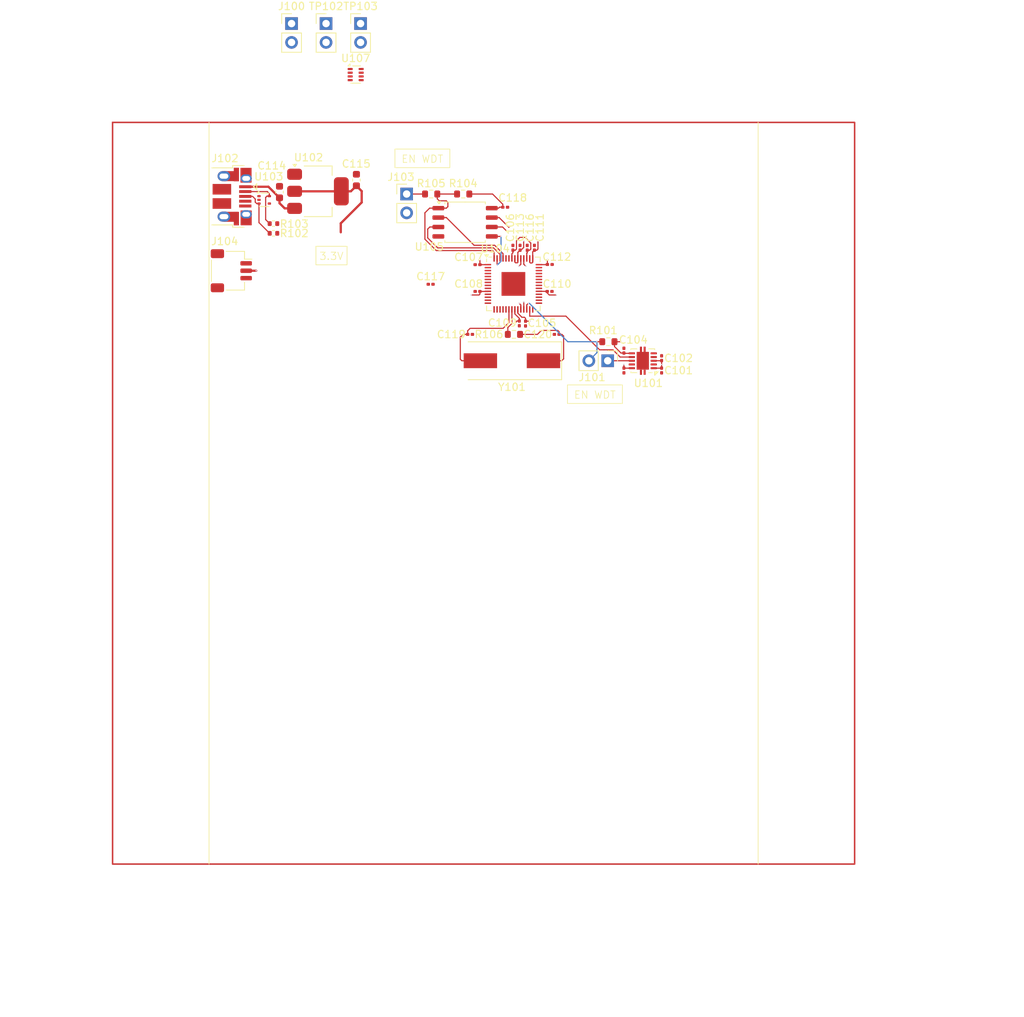
<source format=kicad_pcb>
(kicad_pcb (version 20240108) (generator "pcbnew") (generator_version "8.0")
  (layers (0 "F.Cu" signal) (31 "B.Cu" signal) (34 "B.Paste" user) (35 "F.Paste" user) (36 "B.SilkS" user "B.Silkscreen") (37 "F.SilkS" user "F.Silkscreen") (38 "B.Mask" user) (39 "F.Mask" user) (44 "Edge.Cuts" user))
  (net 0 "")
  (net 1 "+1V1")
  (net 2 "+3.3V")
  (net 3 "VBUS")
  (net 4 "/XIN")
  (net 5 "/SWCLK")
  (net 6 "/SWD")
  (net 7 "GND")
  (net 8 "/QSPI_SS")
  (net 9 "/QSPI_SD2")
  (net 10 "/QSPI_SCLK")
  (net 11 "/QSPI_SD3")
  (net 12 "/QSPI_SD1")
  (net 13 "/WDI")
  (net 14 "/USB_DP")
  (net 15 "/XOUT")
  (net 16 "/USB_DN")
  (net 17 "/RUN")
  (net 18 "/QSPI_SDO")
  (net 19 "Net-(J102-D+)")
  (net 21 "Net-(J102-D-)")
  (net 22 "Net-(J103-Pin_1)")
  (net 23 "Net-(C120-Pad2)")
  (net 24 "Net-(J101-Pin_1)")
  (net 59 "+5V")
  (net 60 "VIN")
  (footprint "Capacitor_SMD:C_0201_0603Metric" (layer "F.Cu") (at 155.8798 56.9066 90)
    (property "Reference" "C116" (at 2.703 0.3556 -90) (layer "F.SilkS"))
    (property "Value" "105C16")
    (pad "1" smd roundrect (at -0.32 0 90) (size 0.46 0.4) (layers "F.Cu" "F.Mask") (net 1 "+1V1"))
    (pad "2" smd roundrect (at 0.32 0 90) (size 0.46 0.4) (layers "F.Cu" "F.Mask") (net 7 "GND"))
  )
  (footprint "Connector_PinHeader_2.54mm:PinHeader_1x02_P2.54mm_Vertical" (layer "F.Cu") (at 128.77 26.675)
    (property "Reference" "TP102" (at 0 -2.33 0) (layer "F.SilkS"))
    (property "Value" "Conn_01x02_Pin")
    (pad "1" thru_hole rect (at 0 0) (size 1.7 1.7) (drill 1) (layers "*.Cu" "*.Mask") (net 2 "+3.3V"))
    (pad "2" thru_hole oval (at 0 2.54) (size 1.7 1.7) (drill 1) (layers "*.Cu" "*.Mask") (net 7 "GND"))
  )
  (footprint "Capacitor_SMD:C_0201_0603Metric" (layer "F.Cu") (at 168.91 73.4466 -90)
    (property "Reference" "C103" (hide yes))
    (property "Value" "104C16")
    (pad "1" smd roundrect (at -0.32 0 270) (size 0.46 0.4) (layers "F.Cu" "F.Mask") (net 2 "+3.3V"))
    (pad "2" smd roundrect (at 0.32 0 270) (size 0.46 0.4) (layers "F.Cu" "F.Mask") (net 7 "GND"))
  )
  (footprint "Capacitor_SMD:C_0201_0603Metric" (layer "F.Cu") (at 173.99 71.7906 90)
    (property "Reference" "C102" (at 0 2.286 0) (layer "F.SilkS"))
    (property "Value" "104C16")
    (pad "1" smd roundrect (at -0.32 0 90) (size 0.46 0.4) (layers "F.Cu" "F.Mask") (net 2 "+3.3V"))
    (pad "2" smd roundrect (at 0.32 0 90) (size 0.46 0.4) (layers "F.Cu" "F.Mask") (net 7 "GND"))
  )
  (footprint "Connector_PinHeader_2.54mm:PinHeader_1x02_P2.54mm_Vertical" (layer "F.Cu") (at 133.42 26.675)
    (property "Reference" "TP103" (at 0 -2.33 0) (layer "F.SilkS"))
    (property "Value" "Conn_01x02_Pin")
    (pad "1" thru_hole rect (at 0 0) (size 1.7 1.7) (drill 1) (layers "*.Cu" "*.Mask") (net 59 "+5V"))
    (pad "2" thru_hole oval (at 0 2.54) (size 1.7 1.7) (drill 1) (layers "*.Cu" "*.Mask") (net 7 "GND"))
  )
  (footprint "Connector_JST:JST_SH_SM03B-SRSS-TB_1x03-1MP_P1.00mm_Horizontal" (layer "F.Cu") (at 116 60 -90)
    (property "Reference" "J104" (at -3.9624 0.889 180) (layer "F.SilkS"))
    (property "Value" "Conn_01x03_Pin")
    (pad "1" smd roundrect (at -1 -2 270) (size 0.6 1.55) (layers "F.Cu" "F.Paste" "F.Mask") (net 5 "/SWCLK"))
    (pad "2" smd roundrect (at 0 -2 270) (size 0.6 1.55) (layers "F.Cu" "F.Paste" "F.Mask") (net 7 "GND"))
    (pad "3" smd roundrect (at 1 -2 270) (size 0.6 1.55) (layers "F.Cu" "F.Paste" "F.Mask") (net 6 "/SWD"))
    (pad "MP" smd roundrect (at -2.3 1.875 270) (size 1.2 1.8) (layers "F.Cu" "F.Paste" "F.Mask") (roundrect_rratio 0.208333))
    (pad "MP" smd roundrect (at 2.3 1.875 270) (size 1.2 1.8) (layers "F.Cu" "F.Paste" "F.Mask") (roundrect_rratio 0.208333))
  )
  (footprint "Package_TO_SOT_SMD:SOT-583-8" (layer "F.Cu") (at 132.76 33.55)
    (property "Reference" "U107" (at 0 -2.2 0) (layer "F.SilkS"))
    (property "Value" "LM66200DCK")
    (pad "1" smd roundrect (at -0.74 -0.75) (size 0.67 0.3) (layers "F.Cu" "F.Paste" "F.Mask") (roundrect_rratio 0.1666666667) (net 7 "GND"))
    (pad "2" smd roundrect (at -0.74 -0.25) (size 0.67 0.3) (layers "F.Cu" "F.Paste" "F.Mask") (roundrect_rratio 0.1666666667) (net 59 "+5V"))
    (pad "3" smd roundrect (at -0.74 0.25) (size 0.67 0.3) (layers "F.Cu" "F.Paste" "F.Mask") (roundrect_rratio 0.1666666667) (net 60 "VIN"))
    (pad "4" smd roundrect (at -0.74 0.75) (size 0.67 0.3) (layers "F.Cu" "F.Paste" "F.Mask") (roundrect_rratio 0.1666666667) (net 7 "GND"))
    (pad "5" smd roundrect (at 0.74 0.75) (size 0.67 0.3) (layers "F.Cu" "F.Paste" "F.Mask") (roundrect_rratio 0.1666666667) (net 7 "GND"))
    (pad "6" smd roundrect (at 0.74 0.25) (size 0.67 0.3) (layers "F.Cu" "F.Paste" "F.Mask") (roundrect_rratio 0.1666666667) (net 3 "VBUS"))
    (pad "7" smd roundrect (at 0.74 -0.25) (size 0.67 0.3) (layers "F.Cu" "F.Paste" "F.Mask") (roundrect_rratio 0.1666666667) (net 59 "+5V"))
    (pad "8" smd roundrect (at 0.74 -0.75) (size 0.67 0.3) (layers "F.Cu" "F.Paste" "F.Mask") (roundrect_rratio 0.1666666667))
  )
  (footprint "Capacitor_SMD:C_0201_0603Metric" (layer "F.Cu") (at 168.91 70.7746 90)
    (property "Reference" "C104" (at 1.458 1.27 0) (layer "F.SilkS"))
    (property "Value" "104C16")
    (pad "1" smd roundrect (at -0.32 0 90) (size 0.46 0.4) (layers "F.Cu" "F.Mask") (net 2 "+3.3V"))
    (pad "2" smd roundrect (at 0.32 0 90) (size 0.46 0.4) (layers "F.Cu" "F.Mask") (net 7 "GND"))
  )
  (footprint "Package_TO_SOT_SMD:SOT-223-3_TabPin2" (layer "F.Cu") (at 127.6784 49.292)
    (property "Reference" "U102" (at -1.27 -4.558 0) (layer "F.SilkS"))
    (property "Value" "NCP1117-3.3_SOT223")
    (pad "1" smd roundrect (at -3.15 -2.3) (size 2 1.5) (layers "F.Cu" "F.Paste" "F.Mask") (net 7 "GND"))
    (pad "2" smd roundrect (at -3.15 0) (size 2 1.5) (layers "F.Cu" "F.Paste" "F.Mask") (net 2 "+3.3V"))
    (pad "2" smd roundrect (at 3.15 0) (size 2 3.8) (layers "F.Cu" "F.Paste" "F.Mask") (net 2 "+3.3V"))
    (pad "3" smd roundrect (at -3.15 2.3) (size 2 1.5) (layers "F.Cu" "F.Paste" "F.Mask") (net 59 "+5V"))
  )
  (footprint "Connector_PinHeader_2.54mm:PinHeader_1x02_P2.54mm_Vertical" (layer "F.Cu") (at 124.12 26.675)
    (property "Reference" "J100" (at 0 -2.33 0) (layer "F.SilkS"))
    (property "Value" "Conn_01x02_Pin")
    (pad "1" thru_hole rect (at 0 0) (size 1.7 1.7) (drill 1) (layers "*.Cu" "*.Mask") (net 60 "VIN"))
    (pad "2" thru_hole oval (at 0 2.54) (size 1.7 1.7) (drill 1) (layers "*.Cu" "*.Mask") (net 7 "GND"))
  )
  (footprint "Connector_PinHeader_2.54mm:PinHeader_1x02_P2.54mm_Vertical" (layer "F.Cu") (at 166.7256 72.136 -90)
    (property "Reference" "J101" (at 2.2352 2.1082 0) (layer "F.SilkS"))
    (property "Value" "Conn_01x02_Pin")
    (pad "1" thru_hole rect (at 0 0 270) (size 1.7 1.7) (drill 1) (layers "*.Cu" "*.Mask") (net 24 "Net-(J101-Pin_1)"))
    (pad "2" thru_hole oval (at 0 2.54 270) (size 1.7 1.7) (drill 1) (layers "*.Cu" "*.Mask") (net 17 "/RUN"))
  )
  (footprint "Capacitor_SMD:C_0201_0603Metric" (layer "F.Cu") (at 142.8644 61.8236)
    (property "Reference" "C117" (at 0 -1.05 0) (layer "F.SilkS"))
    (property "Value" "105C16")
    (pad "1" smd roundrect (at -0.32 0) (size 0.46 0.4) (layers "F.Cu" "F.Mask") (net 2 "+3.3V"))
    (pad "2" smd roundrect (at 0.32 0) (size 0.46 0.4) (layers "F.Cu" "F.Mask") (net 7 "GND"))
  )
  (footprint "Capacitor_SMD:C_0201_0603Metric" (layer "F.Cu") (at 154.813 67.0962 -90)
    (property "Reference" "C109" (at -0.066 2.286 180) (layer "F.SilkS"))
    (property "Value" "104C16")
    (pad "1" smd roundrect (at -0.32 0 270) (size 0.46 0.4) (layers "F.Cu" "F.Mask") (net 2 "+3.3V"))
    (pad "2" smd roundrect (at 0.32 0 270) (size 0.46 0.4) (layers "F.Cu" "F.Mask") (net 7 "GND"))
  )
  (footprint "Capacitor_SMD:C_0201_0603Metric" (layer "F.Cu") (at 155.6512 67.122 -90)
    (property "Reference" "C105" (at -0.066 -2.2098 180) (layer "F.SilkS"))
    (property "Value" "104C16")
    (pad "1" smd roundrect (at -0.32 0 270) (size 0.46 0.4) (layers "F.Cu" "F.Mask") (net 1 "+1V1"))
    (pad "2" smd roundrect (at 0.32 0 270) (size 0.46 0.4) (layers "F.Cu" "F.Mask") (net 7 "GND"))
  )
  (footprint "Capacitor_SMD:C_0201_0603Metric" (layer "F.Cu") (at 158.8922 62.7888)
    (property "Reference" "C110" (at 1.016 -1.016 0) (layer "F.SilkS"))
    (property "Value" "104C16")
    (pad "1" smd roundrect (at -0.32 0) (size 0.46 0.4) (layers "F.Cu" "F.Mask") (net 2 "+3.3V"))
    (pad "2" smd roundrect (at 0.32 0) (size 0.46 0.4) (layers "F.Cu" "F.Mask") (net 7 "GND"))
  )
  (footprint "Capacitor_SMD:C_0201_0603Metric" (layer "F.Cu") (at 149.1848 62.7888 180)
    (property "Reference" "C108" (at 1.204 1.016 0) (layer "F.SilkS"))
    (property "Value" "104C16")
    (pad "1" smd roundrect (at -0.32 0 180) (size 0.46 0.4) (layers "F.Cu" "F.Mask") (net 2 "+3.3V"))
    (pad "2" smd roundrect (at 0.32 0 180) (size 0.46 0.4) (layers "F.Cu" "F.Mask") (net 7 "GND"))
  )
  (footprint "Capacitor_SMD:C_0603_1608Metric" (layer "F.Cu") (at 132.8596 47.768 90)
    (property "Reference" "C115" (at 2.1844 -0.0254 180) (layer "F.SilkS"))
    (property "Value" "106C50")
    (pad "1" smd roundrect (at -0.775 0 90) (size 0.9 0.95) (layers "F.Cu" "F.Paste" "F.Mask") (net 2 "+3.3V"))
    (pad "2" smd roundrect (at 0.775 0 90) (size 0.9 0.95) (layers "F.Cu" "F.Paste" "F.Mask") (net 7 "GND"))
  )
  (footprint "Resistor_SMD:R_0603_1608Metric" (layer "F.Cu") (at 154.0896 68.58)
    (property "Reference" "R106" (at -3.365 0 0) (layer "F.SilkS"))
    (property "Value" "102C1S8")
    (pad "1" smd roundrect (at -0.825 0) (size 0.8 0.95) (layers "F.Cu" "F.Paste" "F.Mask") (net 15 "/XOUT"))
    (pad "2" smd roundrect (at 0.825 0) (size 0.8 0.95) (layers "F.Cu" "F.Paste" "F.Mask") (net 23 "Net-(C120-Pad2)"))
  )
  (footprint "Package_TO_SOT_SMD:SOT-553" (layer "F.Cu") (at 120.4298 50.443)
    (property "Reference" "U103" (at 0.6188 -3.1322 0) (layer "F.SilkS"))
    (property "Value" "TPD2E2U06")
    (pad "1" smd roundrect (at -0.7 -0.5) (size 0.45 0.3) (layers "F.Cu" "F.Paste" "F.Mask"))
    (pad "2" smd roundrect (at -0.7 0) (size 0.45 0.3) (layers "F.Cu" "F.Paste" "F.Mask"))
    (pad "3" smd roundrect (at -0.7 0.5) (size 0.45 0.3) (layers "F.Cu" "F.Paste" "F.Mask") (net 19 "Net-(J102-D+)"))
    (pad "4" smd roundrect (at 0.7 0.5) (size 0.45 0.3) (layers "F.Cu" "F.Paste" "F.Mask") (net 7 "GND"))
    (pad "5" smd roundrect (at 0.7 -0.5) (size 0.45 0.3) (layers "F.Cu" "F.Paste" "F.Mask") (net 21 "Net-(J102-D-)"))
  )
  (footprint "Resistor_SMD:R_0402_1005Metric" (layer "F.Cu") (at 121.6816 53.6468)
    (property "Reference" "R103" (at 2.796 0.042 0) (layer "F.SilkS"))
    (property "Value" "27R4C1S16")
    (pad "1" smd roundrect (at -0.51 0) (size 0.54 0.64) (layers "F.Cu" "F.Paste" "F.Mask") (net 21 "Net-(J102-D-)"))
    (pad "2" smd roundrect (at 0.51 0) (size 0.54 0.64) (layers "F.Cu" "F.Paste" "F.Mask") (net 16 "/USB_DN"))
  )
  (footprint "Connector_USB:USB_Micro-B_Amphenol_10103594-0001LF_Horizontal" (layer "F.Cu") (at 116.1168 50 -90)
    (property "Reference" "J102" (at -5.153 0.963 180) (layer "F.SilkS"))
    (property "Value" "10103594-0001LF")
    (pad "1" smd rect (at -1.325 -1.765) (size 1.65 0.4) (layers "F.Cu" "F.Paste" "F.Mask") (net 3 "VBUS"))
    (pad "2" smd rect (at -0.675 -1.765) (size 1.65 0.4) (layers "F.Cu" "F.Paste" "F.Mask") (net 21 "Net-(J102-D-)"))
    (pad "3" smd rect (at -0.025 -1.765) (size 1.65 0.4) (layers "F.Cu" "F.Paste" "F.Mask") (net 19 "Net-(J102-D+)"))
    (pad "4" smd rect (at 0.625 -1.765) (size 1.65 0.4) (layers "F.Cu" "F.Paste" "F.Mask"))
    (pad "5" smd rect (at 1.275 -1.765) (size 1.65 0.4) (layers "F.Cu" "F.Paste" "F.Mask") (net 7 "GND"))
    (pad "6" smd rect (at -2.975 -0.565 270) (size 1.825 0.7) (layers "F.Cu" "F.Paste" "F.Mask") (net 7 "GND"))
    (pad "6" smd rect (at -2.875 -1.865 270) (size 2 1.5) (layers "F.Cu" "F.Paste" "F.Mask") (net 7 "GND"))
    (pad "6" smd rect (at -2.755 0.185 270) (size 1.35 2) (layers "F.Cu" "F.Paste" "F.Mask") (net 7 "GND"))
    (pad "6" thru_hole oval (at -2.755 1.115) (size 1.7 1.35) (drill oval 1.2 0.7) (layers "*.Cu" "*.Mask") (net 7 "GND"))
    (pad "6" thru_hole oval (at -2.445 -1.885) (size 1.5 1.1) (drill oval 1.05 0.65) (layers "*.Cu" "*.Mask") (net 7 "GND"))
    (pad "6" smd rect (at -0.985 1.385) (size 2.5 1.43) (layers "F.Cu" "F.Paste" "F.Mask") (net 7 "GND"))
    (pad "6" smd rect (at 0.935 1.385) (size 2.5 1.43) (layers "F.Cu" "F.Paste" "F.Mask") (net 7 "GND"))
    (pad "6" thru_hole oval (at 2.395 -1.885) (size 1.5 1.1) (drill oval 1.05 0.65) (layers "*.Cu" "*.Mask") (net 7 "GND"))
    (pad "6" thru_hole oval (at 2.705 1.115) (size 1.7 1.35) (drill oval 1.2 0.7) (layers "*.Cu" "*.Mask") (net 7 "GND"))
    (pad "6" smd rect (at 2.725 0.185 270) (size 1.35 2) (layers "F.Cu" "F.Paste" "F.Mask") (net 7 "GND"))
    (pad "6" smd rect (at 2.875 -1.885 270) (size 2 1.5) (layers "F.Cu" "F.Paste" "F.Mask") (net 7 "GND"))
    (pad "6" smd rect (at 2.975 -0.565 270) (size 1.825 0.7) (layers "F.Cu" "F.Paste" "F.Mask") (net 7 "GND"))
  )
  (footprint "Capacitor_SMD:C_0201_0603Metric" (layer "F.Cu") (at 173.99 73.4466 -90)
    (property "Reference" "C101" (at 0 -2.286 0) (layer "F.SilkS"))
    (property "Value" "104C16")
    (pad "1" smd roundrect (at -0.32 0 270) (size 0.46 0.4) (layers "F.Cu" "F.Mask") (net 2 "+3.3V"))
    (pad "2" smd roundrect (at 0.32 0 270) (size 0.46 0.4) (layers "F.Cu" "F.Mask") (net 7 "GND"))
  )
  (footprint "Package_DFN_QFN:QFN-56-1EP_7x7mm_P0.4mm_EP3.2x3.2mm" (layer "F.Cu") (at 154.0171 61.776)
    (property "Reference" "U104" (at -2.4553 -4.753 0) (layer "F.SilkS"))
    (property "Value" "RP2040")
    (pad "1" smd roundrect (at -3.4375 -2.6) (size 0.875 0.2) (layers "F.Cu" "F.Paste" "F.Mask") (net 2 "+3.3V"))
    (pad "2" smd roundrect (at -3.4375 -2.2) (size 0.875 0.2) (layers "F.Cu" "F.Paste" "F.Mask"))
    (pad "3" smd roundrect (at -3.4375 -1.8) (size 0.875 0.2) (layers "F.Cu" "F.Paste" "F.Mask"))
    (pad "4" smd roundrect (at -3.4375 -1.4) (size 0.875 0.2) (layers "F.Cu" "F.Paste" "F.Mask"))
    (pad "5" smd roundrect (at -3.4375 -1) (size 0.875 0.2) (layers "F.Cu" "F.Paste" "F.Mask"))
    (pad "6" smd roundrect (at -3.4375 -0.6) (size 0.875 0.2) (layers "F.Cu" "F.Paste" "F.Mask"))
    (pad "7" smd roundrect (at -3.4375 -0.2) (size 0.875 0.2) (layers "F.Cu" "F.Paste" "F.Mask"))
    (pad "8" smd roundrect (at -3.4375 0.2) (size 0.875 0.2) (layers "F.Cu" "F.Paste" "F.Mask"))
    (pad "9" smd roundrect (at -3.4375 0.6) (size 0.875 0.2) (layers "F.Cu" "F.Paste" "F.Mask"))
    (pad "10" smd roundrect (at -3.4375 1) (size 0.875 0.2) (layers "F.Cu" "F.Paste" "F.Mask") (net 2 "+3.3V"))
    (pad "11" smd roundrect (at -3.4375 1.4) (size 0.875 0.2) (layers "F.Cu" "F.Paste" "F.Mask"))
    (pad "12" smd roundrect (at -3.4375 1.8) (size 0.875 0.2) (layers "F.Cu" "F.Paste" "F.Mask"))
    (pad "13" smd roundrect (at -3.4375 2.2) (size 0.875 0.2) (layers "F.Cu" "F.Paste" "F.Mask"))
    (pad "14" smd roundrect (at -3.4375 2.6) (size 0.875 0.2) (layers "F.Cu" "F.Paste" "F.Mask"))
    (pad "15" smd roundrect (at -2.6 3.4375) (size 0.2 0.875) (layers "F.Cu" "F.Paste" "F.Mask"))
    (pad "16" smd roundrect (at -2.2 3.4375) (size 0.2 0.875) (layers "F.Cu" "F.Paste" "F.Mask"))
    (pad "17" smd roundrect (at -1.8 3.4375) (size 0.2 0.875) (layers "F.Cu" "F.Paste" "F.Mask"))
    (pad "18" smd roundrect (at -1.4 3.4375) (size 0.2 0.875) (layers "F.Cu" "F.Paste" "F.Mask"))
    (pad "19" smd roundrect (at -1 3.4375) (size 0.2 0.875) (layers "F.Cu" "F.Paste" "F.Mask") (net 7 "GND"))
    (pad "20" smd roundrect (at -0.6 3.4375) (size 0.2 0.875) (layers "F.Cu" "F.Paste" "F.Mask") (net 4 "/XIN"))
    (pad "21" smd roundrect (at -0.2 3.4375) (size 0.2 0.875) (layers "F.Cu" "F.Paste" "F.Mask") (net 15 "/XOUT"))
    (pad "22" smd roundrect (at 0.2 3.4375) (size 0.2 0.875) (layers "F.Cu" "F.Paste" "F.Mask") (net 2 "+3.3V"))
    (pad "23" smd roundrect (at 0.6 3.4375) (size 0.2 0.875) (layers "F.Cu" "F.Paste" "F.Mask") (net 1 "+1V1"))
    (pad "24" smd roundrect (at 1 3.4375) (size 0.2 0.875) (layers "F.Cu" "F.Paste" "F.Mask") (net 5 "/SWCLK"))
    (pad "25" smd roundrect (at 1.4 3.4375) (size 0.2 0.875) (layers "F.Cu" "F.Paste" "F.Mask") (net 6 "/SWD"))
    (pad "26" smd roundrect (at 1.8 3.4375) (size 0.2 0.875) (layers "F.Cu" "F.Paste" "F.Mask") (net 17 "/RUN"))
    (pad "27" smd roundrect (at 2.2 3.4375) (size 0.2 0.875) (layers "F.Cu" "F.Paste" "F.Mask") (net 13 "/WDI"))
    (pad "28" smd roundrect (at 2.6 3.4375) (size 0.2 0.875) (layers "F.Cu" "F.Paste" "F.Mask"))
    (pad "29" smd roundrect (at 3.4375 2.6) (size 0.875 0.2) (layers "F.Cu" "F.Paste" "F.Mask"))
    (pad "30" smd roundrect (at 3.4375 2.2) (size 0.875 0.2) (layers "F.Cu" "F.Paste" "F.Mask"))
    (pad "31" smd roundrect (at 3.4375 1.8) (size 0.875 0.2) (layers "F.Cu" "F.Paste" "F.Mask"))
    (pad "32" smd roundrect (at 3.4375 1.4) (size 0.875 0.2) (layers "F.Cu" "F.Paste" "F.Mask"))
    (pad "33" smd roundrect (at 3.4375 1) (size 0.875 0.2) (layers "F.Cu" "F.Paste" "F.Mask") (net 2 "+3.3V"))
    (pad "34" smd roundrect (at 3.4375 0.6) (size 0.875 0.2) (layers "F.Cu" "F.Paste" "F.Mask"))
    (pad "35" smd roundrect (at 3.4375 0.2) (size 0.875 0.2) (layers "F.Cu" "F.Paste" "F.Mask"))
    (pad "36" smd roundrect (at 3.4375 -0.2) (size 0.875 0.2) (layers "F.Cu" "F.Paste" "F.Mask"))
    (pad "37" smd roundrect (at 3.4375 -0.6) (size 0.875 0.2) (layers "F.Cu" "F.Paste" "F.Mask"))
    (pad "38" smd roundrect (at 3.4375 -1) (size 0.875 0.2) (layers "F.Cu" "F.Paste" "F.Mask"))
    (pad "39" smd roundrect (at 3.4375 -1.4) (size 0.875 0.2) (layers "F.Cu" "F.Paste" "F.Mask"))
    (pad "40" smd roundrect (at 3.4375 -1.8) (size 0.875 0.2) (layers "F.Cu" "F.Paste" "F.Mask"))
    (pad "41" smd roundrect (at 3.4375 -2.2) (size 0.875 0.2) (layers "F.Cu" "F.Paste" "F.Mask"))
    (pad "42" smd roundrect (at 3.4375 -2.6) (size 0.875 0.2) (layers "F.Cu" "F.Paste" "F.Mask") (net 2 "+3.3V"))
    (pad "43" smd roundrect (at 2.6 -3.4375) (size 0.2 0.875) (layers "F.Cu" "F.Paste" "F.Mask") (net 2 "+3.3V"))
    (pad "44" smd roundrect (at 2.2 -3.4375) (size 0.2 0.875) (layers "F.Cu" "F.Paste" "F.Mask") (net 2 "+3.3V"))
    (pad "45" smd roundrect (at 1.8 -3.4375) (size 0.2 0.875) (layers "F.Cu" "F.Paste" "F.Mask") (net 1 "+1V1"))
    (pad "46" smd roundrect (at 1.4 -3.4375) (size 0.2 0.875) (layers "F.Cu" "F.Paste" "F.Mask") (net 16 "/USB_DN"))
    (pad "47" smd roundrect (at 1 -3.4375) (size 0.2 0.875) (layers "F.Cu" "F.Paste" "F.Mask") (net 14 "/USB_DP"))
    (pad "48" smd roundrect (at 0.6 -3.4375) (size 0.2 0.875) (layers "F.Cu" "F.Paste" "F.Mask") (net 2 "+3.3V"))
    (pad "49" smd roundrect (at 0.2 -3.4375) (size 0.2 0.875) (layers "F.Cu" "F.Paste" "F.Mask") (net 2 "+3.3V"))
    (pad "50" smd roundrect (at -0.2 -3.4375) (size 0.2 0.875) (layers "F.Cu" "F.Paste" "F.Mask") (net 1 "+1V1"))
    (pad "51" smd roundrect (at -0.6 -3.4375) (size 0.2 0.875) (layers "F.Cu" "F.Paste" "F.Mask") (net 11 "/QSPI_SD3"))
    (pad "52" smd roundrect (at -1 -3.4375) (size 0.2 0.875) (layers "F.Cu" "F.Paste" "F.Mask") (net 10 "/QSPI_SCLK"))
    (pad "53" smd roundrect (at -1.4 -3.4375) (size 0.2 0.875) (layers "F.Cu" "F.Paste" "F.Mask") (net 18 "/QSPI_SDO"))
    (pad "54" smd roundrect (at -1.8 -3.4375) (size 0.2 0.875) (layers "F.Cu" "F.Paste" "F.Mask") (net 9 "/QSPI_SD2"))
    (pad "55" smd roundrect (at -2.2 -3.4375) (size 0.2 0.875) (layers "F.Cu" "F.Paste" "F.Mask") (net 12 "/QSPI_SD1"))
    (pad "56" smd roundrect (at -2.6 -3.4375) (size 0.2 0.875) (layers "F.Cu" "F.Paste" "F.Mask") (net 8 "/QSPI_SS"))
    (pad "57" smd rect (at 0 0) (size 3.2 3.2) (property pad_prop_heatsink) (layers "F.Cu" "F.Mask") (net 7 "GND"))
  )
  (footprint "Capacitor_SMD:C_0201_0603Metric" (layer "F.Cu") (at 152.9046 51.435)
    (property "Reference" "C118" (at 1.016 -1.27 180) (layer "F.SilkS"))
    (property "Value" "104C16")
    (pad "1" smd roundrect (at -0.32 0) (size 0.46 0.4) (layers "F.Cu" "F.Mask") (net 2 "+3.3V"))
    (pad "2" smd roundrect (at 0.32 0) (size 0.46 0.4) (layers "F.Cu" "F.Mask") (net 7 "GND"))
  )
  (footprint "Connector_PinHeader_2.54mm:PinHeader_1x02_P2.54mm_Vertical" (layer "F.Cu") (at 139.6306 49.657)
    (property "Reference" "J103" (at -0.762 -2.286 0) (layer "F.SilkS"))
    (property "Value" "Conn_01x02_Pin")
    (pad "1" thru_hole rect (at 0 0) (size 1.7 1.7) (drill 1) (layers "*.Cu" "*.Mask") (net 22 "Net-(J103-Pin_1)"))
    (pad "2" thru_hole oval (at 0 2.54) (size 1.7 1.7) (drill 1) (layers "*.Cu" "*.Mask") (net 7 "GND"))
  )
  (footprint "Resistor_SMD:R_0603_1608Metric" (layer "F.Cu") (at 142.9326 49.657)
    (property "Reference" "R105" (at 0 -1.43 0) (layer "F.SilkS"))
    (property "Value" "102C1S8")
    (pad "1" smd roundrect (at -0.825 0) (size 0.8 0.95) (layers "F.Cu" "F.Paste" "F.Mask") (net 22 "Net-(J103-Pin_1)"))
    (pad "2" smd roundrect (at 0.825 0) (size 0.8 0.95) (layers "F.Cu" "F.Paste" "F.Mask") (net 8 "/QSPI_SS"))
  )
  (footprint "Capacitor_SMD:C_0201_0603Metric" (layer "F.Cu") (at 156.845 56.9062 90)
    (property "Reference" "C111" (at 2.728 0.7366 -90) (layer "F.SilkS"))
    (property "Value" "104C16")
    (pad "1" smd roundrect (at -0.32 0 90) (size 0.46 0.4) (layers "F.Cu" "F.Mask") (net 2 "+3.3V"))
    (pad "2" smd roundrect (at 0.32 0 90) (size 0.46 0.4) (layers "F.Cu" "F.Mask") (net 7 "GND"))
  )
  (footprint "Capacitor_SMD:C_0201_0603Metric" (layer "F.Cu") (at 153.9494 56.9062 90)
    (property "Reference" "C106" (at 2.703 -0.3556 -90) (layer "F.SilkS"))
    (property "Value" "104C16")
    (pad "1" smd roundrect (at -0.32 0 90) (size 0.46 0.4) (layers "F.Cu" "F.Mask") (net 1 "+1V1"))
    (pad "2" smd roundrect (at 0.32 0 90) (size 0.46 0.4) (layers "F.Cu" "F.Mask") (net 7 "GND"))
  )
  (footprint "Package_SO:SOIC-8_5.23x5.23mm_P1.27mm" (layer "F.Cu") (at 147.5046 53.467)
    (property "Reference" "U105" (at -4.826 3.302 0) (layer "F.SilkS"))
    (property "Value" "W25Q128JVS")
    (pad "1" smd roundrect (at -3.6 -1.905) (size 1.6 0.6) (layers "F.Cu" "F.Paste" "F.Mask") (net 8 "/QSPI_SS"))
    (pad "2" smd roundrect (at -3.6 -0.635) (size 1.6 0.6) (layers "F.Cu" "F.Paste" "F.Mask") (net 18 "/QSPI_SDO"))
    (pad "3" smd roundrect (at -3.6 0.635) (size 1.6 0.6) (layers "F.Cu" "F.Paste" "F.Mask") (net 9 "/QSPI_SD2"))
    (pad "4" smd roundrect (at -3.6 1.905) (size 1.6 0.6) (layers "F.Cu" "F.Paste" "F.Mask") (net 7 "GND"))
    (pad "5" smd roundrect (at 3.6 1.905) (size 1.6 0.6) (layers "F.Cu" "F.Paste" "F.Mask") (net 12 "/QSPI_SD1"))
    (pad "6" smd roundrect (at 3.6 0.635) (size 1.6 0.6) (layers "F.Cu" "F.Paste" "F.Mask") (net 10 "/QSPI_SCLK"))
    (pad "7" smd roundrect (at 3.6 -0.635) (size 1.6 0.6) (layers "F.Cu" "F.Paste" "F.Mask") (net 11 "/QSPI_SD3"))
    (pad "8" smd roundrect (at 3.6 -1.905) (size 1.6 0.6) (layers "F.Cu" "F.Paste" "F.Mask") (net 2 "+3.3V"))
  )
  (footprint "Capacitor_SMD:C_0201_0603Metric" (layer "F.Cu") (at 158.9176 59.1566)
    (property "Reference" "C112" (at 0.95 -1.016 0) (layer "F.SilkS"))
    (property "Value" "104C16")
    (pad "1" smd roundrect (at -0.32 0) (size 0.46 0.4) (layers "F.Cu" "F.Mask") (net 2 "+3.3V"))
    (pad "2" smd roundrect (at 0.32 0) (size 0.46 0.4) (layers "F.Cu" "F.Mask") (net 7 "GND"))
  )
  (footprint "Crystal:Crystal_SMD_HC49-SD" (layer "F.Cu") (at 153.8166 72.136 180)
    (property "Reference" "Y101" (at 0 -3.55 0) (layer "F.SilkS"))
    (property "Value" "ABLS-12.000MHZ-20-B4Y-T")
    (pad "1" smd rect (at -4.25 0 180) (size 4.5 2) (layers "F.Cu" "F.Paste" "F.Mask") (net 23 "Net-(C120-Pad2)"))
    (pad "2" smd rect (at 4.25 0 180) (size 4.5 2) (layers "F.Cu" "F.Paste" "F.Mask") (net 4 "/XIN"))
  )
  (footprint "Capacitor_SMD:C_0201_0603Metric" (layer "F.Cu") (at 159.8574 68.58)
    (property "Reference" "C120" (at -2.54 0 0) (layer "F.SilkS"))
    (property "Value" "270C16")
    (pad "1" smd roundrect (at -0.32 0) (size 0.46 0.4) (layers "F.Cu" "F.Mask") (net 7 "GND"))
    (pad "2" smd roundrect (at 0.32 0) (size 0.46 0.4) (layers "F.Cu" "F.Mask") (net 23 "Net-(C120-Pad2)"))
  )
  (footprint "Capacitor_SMD:C_0201_0603Metric" (layer "F.Cu") (at 154.9146 56.9062 90)
    (property "Reference" "C113" (at 2.728 0 -90) (layer "F.SilkS"))
    (property "Value" "104C16")
    (pad "1" smd roundrect (at -0.32 0 90) (size 0.46 0.4) (layers "F.Cu" "F.Mask") (net 2 "+3.3V"))
    (pad "2" smd roundrect (at 0.32 0 90) (size 0.46 0.4) (layers "F.Cu" "F.Mask") (net 7 "GND"))
  )
  (footprint "Resistor_SMD:R_0603_1608Metric" (layer "F.Cu") (at 147.2506 49.657)
    (property "Reference" "R104" (at 0 -1.43 0) (layer "F.SilkS"))
    (property "Value" "DNF")
    (pad "1" smd roundrect (at -0.825 0) (size 0.8 0.95) (layers "F.Cu" "F.Paste" "F.Mask") (net 8 "/QSPI_SS"))
    (pad "2" smd roundrect (at 0.825 0) (size 0.8 0.95) (layers "F.Cu" "F.Paste" "F.Mask") (net 2 "+3.3V"))
  )
  (footprint "Capacitor_SMD:C_0201_0603Metric" (layer "F.Cu") (at 149.1848 59.182 180)
    (property "Reference" "C107" (at 1.204 1.016 180) (layer "F.SilkS"))
    (property "Value" "104C16")
    (pad "1" smd roundrect (at -0.32 0 180) (size 0.46 0.4) (layers "F.Cu" "F.Mask") (net 2 "+3.3V"))
    (pad "2" smd roundrect (at 0.32 0 180) (size 0.46 0.4) (layers "F.Cu" "F.Mask") (net 7 "GND"))
  )
  (footprint "Package_SON:VSON-10-1EP_3x3mm_P0.5mm_EP1.65x2.4mm" (layer "F.Cu") (at 171.454 72.1366 180)
    (property "Reference" "U101" (at -0.758 -3.022 0) (layer "F.SilkS"))
    (property "Value" "TPS3430WDRC")
    (pad "1" smd roundrect (at -1.475 -1 180) (size 0.85 0.28) (layers "F.Cu" "F.Paste" "F.Mask") (net 2 "+3.3V"))
    (pad "2" smd roundrect (at -1.475 -0.5 180) (size 0.85 0.28) (layers "F.Cu" "F.Paste" "F.Mask"))
    (pad "3" smd roundrect (at -1.475 0 180) (size 0.85 0.28) (layers "F.Cu" "F.Paste" "F.Mask") (net 2 "+3.3V"))
    (pad "4" smd roundrect (at -1.475 0.5 180) (size 0.85 0.28) (layers "F.Cu" "F.Paste" "F.Mask"))
    (pad "5" smd roundrect (at -1.475 1 180) (size 0.85 0.28) (layers "F.Cu" "F.Paste" "F.Mask") (net 7 "GND"))
    (pad "6" smd roundrect (at 1.475 1 180) (size 0.85 0.28) (layers "F.Cu" "F.Paste" "F.Mask") (net 2 "+3.3V"))
    (pad "7" smd roundrect (at 1.475 0.5 180) (size 0.85 0.28) (layers "F.Cu" "F.Paste" "F.Mask") (net 13 "/WDI"))
    (pad "8" smd roundrect (at 1.475 0 180) (size 0.85 0.28) (layers "F.Cu" "F.Paste" "F.Mask") (net 24 "Net-(J101-Pin_1)"))
    (pad "9" smd roundrect (at 1.475 -0.5 180) (size 0.85 0.28) (layers "F.Cu" "F.Paste" "F.Mask"))
    (pad "10" smd roundrect (at 1.475 -1 180) (size 0.85 0.28) (layers "F.Cu" "F.Paste" "F.Mask") (net 2 "+3.3V"))
    (pad "11" smd rect (at -0.25 -1.55 180) (size 0.28 0.7) (layers "F.Cu" "F.Paste" "F.Mask") (net 7 "GND"))
    (pad "11" smd rect (at -0.25 1.55 180) (size 0.28 0.7) (layers "F.Cu" "F.Paste" "F.Mask") (net 7 "GND"))
    (pad "11" smd rect (at 0 0 180) (size 1.65 2.4) (layers "F.Cu" "F.Mask") (net 7 "GND"))
    (pad "11" smd rect (at 0.25 -1.55 180) (size 0.28 0.7) (layers "F.Cu" "F.Paste" "F.Mask") (net 7 "GND"))
    (pad "11" smd rect (at 0.25 1.55 180) (size 0.28 0.7) (layers "F.Cu" "F.Paste" "F.Mask") (net 7 "GND"))
  )
  (footprint "Capacitor_SMD:C_0201_0603Metric" (layer "F.Cu") (at 148.173 68.58 180)
    (property "Reference" "C119" (at 2.527 0 180) (layer "F.SilkS"))
    (property "Value" "270C16")
    (pad "1" smd roundrect (at -0.32 0 180) (size 0.46 0.4) (layers "F.Cu" "F.Mask") (net 7 "GND"))
    (pad "2" smd roundrect (at 0.32 0 180) (size 0.46 0.4) (layers "F.Cu" "F.Mask") (net 4 "/XIN"))
  )
  (footprint "Resistor_SMD:R_0402_1005Metric" (layer "F.Cu") (at 121.6816 54.9562)
    (property "Reference" "R102" (at 2.796 0 0) (layer "F.SilkS"))
    (property "Value" "27R4C1S16")
    (pad "1" smd roundrect (at -0.51 0) (size 0.54 0.64) (layers "F.Cu" "F.Paste" "F.Mask") (net 19 "Net-(J102-D+)"))
    (pad "2" smd roundrect (at 0.51 0) (size 0.54 0.64) (layers "F.Cu" "F.Paste" "F.Mask") (net 14 "/USB_DP"))
  )
  (footprint "Resistor_SMD:R_0603_1608Metric" (layer "F.Cu") (at 166.815 69.5706)
    (property "Reference" "R101" (at -0.699 -1.524 0) (layer "F.SilkS"))
    (property "Value" "0")
    (pad "1" smd roundrect (at -0.825 0) (size 0.8 0.95) (layers "F.Cu" "F.Paste" "F.Mask") (net 17 "/RUN"))
    (pad "2" smd roundrect (at 0.825 0) (size 0.8 0.95) (layers "F.Cu" "F.Paste" "F.Mask") (net 2 "+3.3V"))
  )
  (footprint "Capacitor_SMD:C_0603_1608Metric" (layer "F.Cu") (at 122.4964 49.3926 90)
    (property "Reference" "C114" (at 3.555 -1.0414 180) (layer "F.SilkS"))
    (property "Value" "106C50")
    (pad "1" smd roundrect (at -0.775 0 90) (size 0.9 0.95) (layers "F.Cu" "F.Paste" "F.Mask") (net 59 "+5V"))
    (pad "2" smd roundrect (at 0.775 0 90) (size 0.9 0.95) (layers "F.Cu" "F.Paste" "F.Mask") (net 7 "GND"))
  )
  (gr_rect (start 100 40) (end 200 140) (stroke (width 0.2)) (fill none) (layer "F.Cu"))
  (gr_line (start 113 40) (end 113 140) (stroke (width 0.1)) (layer "F.SilkS"))
  (gr_line (start 187 40) (end 187 140) (stroke (width 0.1)) (layer "F.SilkS"))
  (gr_text_box "3.3V" (start 127.4 56.7) (end 131.6 59.2) (layer "F.SilkS") (effects (font (size 1 1) (thickness 0.1)) (justify top)) (border yes) (stroke (width 0.1)))
  (gr_text_box "EN WDT" (start 161.3 75.4) (end 168.7 77.9) (layer "F.SilkS") (effects (font (size 1 1) (thickness 0.1)) (justify top)) (border yes) (stroke (width 0.1)))
  (gr_text_box "EN WDT" (start 138.05 43.6) (end 145.45 46.1) (layer "F.SilkS") (effects (font (size 1 1) (thickness 0.1)) (justify top)) (border yes) (stroke (width 0.1)))
  (segment (start 154.432 57.0738) (end 154.2796 57.2262) (width 0.1524) (layer "F.Cu") (net 1))
  (segment (start 154.6171 65.726732) (end 155.1654 66.275032) (width 0.1524) (layer "F.Cu") (net 1))
  (segment (start 155.594449 55.5054) (end 154.8828 55.5054) (width 0.1524) (layer "F.Cu") (net 1))
  (segment (start 155.6512 66.802) (end 156.21 66.802) (width 0.1524) (layer "F.Cu") (net 1))
  (segment (start 153.9494 57.5818) (end 153.8171 57.7141) (width 0.1524) (layer "F.Cu") (net 1))
  (segment (start 154.8828 55.5054) (end 154.432 55.9562) (width 0.1524) (layer "F.Cu") (net 1))
  (segment (start 154.6171 65.2135) (end 154.6171 65.726732) (width 0.1524) (layer "F.Cu") (net 1))
  (segment (start 155.8171 57.6445) (end 155.8171 58.3385) (width 0.1524) (layer "F.Cu") (net 1))
  (segment (start 156.356 56.266951) (end 155.594449 55.5054) (width 0.1524) (layer "F.Cu") (net 1))
  (segment (start 156.356 57.0802) (end 156.356 56.266951) (width 0.1524) (layer "F.Cu") (net 1))
  (segment (start 155.505232 66.275032) (end 155.6512 66.421) (width 0.1524) (layer "F.Cu") (net 1))
  (segment (start 154.432 55.9562) (end 154.432 57.0738) (width 0.1524) (layer "F.Cu") (net 1))
  (segment (start 153.9494 57.2262) (end 153.9494 57.5818) (width 0.1524) (layer "F.Cu") (net 1))
  (segment (start 154.2796 57.2262) (end 153.9494 57.2262) (width 0.1524) (layer "F.Cu") (net 1))
  (segment (start 153.8171 57.7141) (end 153.8171 58.3385) (width 0.1524) (layer "F.Cu") (net 1))
  (segment (start 155.1654 66.275032) (end 155.505232 66.275032) (width 0.1524) (layer "F.Cu") (net 1))
  (segment (start 155.8798 57.2266) (end 155.8798 57.5818) (width 0.1524) (layer "F.Cu") (net 1))
  (segment (start 155.8798 57.2266) (end 156.2096 57.2266) (width 0.1524) (layer "F.Cu") (net 1))
  (segment (start 156.2096 57.2266) (end 156.356 57.0802) (width 0.1524) (layer "F.Cu") (net 1))
  (segment (start 155.8798 57.5818) (end 155.8171 57.6445) (width 0.1524) (layer "F.Cu") (net 1))
  (segment (start 155.6512 66.421) (end 155.6512 66.802) (width 0.1524) (layer "F.Cu") (net 1))
  (via (at 156.21 66.802) (size 0.1524) (drill 0.3) (layers "F.Cu" "B.Cu") (net 1))
  (segment (start 157.3276 57.0738) (end 157.3276 55.9816) (width 0.1524) (layer "F.Cu") (net 2))
  (segment (start 130.8284 49.292) (end 132.1106 49.292) (width 0.3) (layer "F.Cu") (net 2))
  (segment (start 156.6171 57.4541) (end 156.845 57.2262) (width 0.1524) (layer "F.Cu") (net 2))
  (segment (start 169.979 71.1366) (end 168.952 71.1366) (width 0.1524) (layer "F.Cu") (net 2))
  (segment (start 156.6171 58.8511) (end 156.6171 58.3385) (width 0.1524) (layer "F.Cu") (net 2))
  (segment (start 156.5148 58.9534) (end 156.6171 58.8511) (width 0.1524) (layer "F.Cu") (net 2))
  (segment (start 156.6171 58.3385) (end 156.6171 57.4541) (width 0.1524) (layer "F.Cu") (net 2))
  (segment (start 168.5146 71.0946) (end 168.91 71.0946) (width 0.1524) (layer "F.Cu") (net 2))
  (segment (start 149.5048 62.7888) (end 149.5048 63.144) (width 0.1524) (layer "F.Cu") (net 2))
  (segment (start 154.2171 58.3385) (end 154.2171 58.8401) (width 0.1524) (layer "F.Cu") (net 2))
  (segment (start 132.8596 48.5554) (end 133.5708 49.2666) (width 0.3) (layer "F.Cu") (net 2))
  (segment (start 156.3116 58.9534) (end 156.5148 58.9534) (width 0.1524) (layer "F.Cu") (net 2))
  (segment (start 154.2292 67.081) (end 154.2288 67.0814) (width 0.1524) (layer "F.Cu") (net 2))
  (segment (start 149.5048 62.7888) (end 150.5668 62.7888) (width 0.1524) (layer "F.Cu") (net 2))
  (segment (start 154.2171 65.2135) (end 154.2171 65.8251) (width 0.1524) (layer "F.Cu") (net 2))
  (segment (start 154.6171 58.8699) (end 154.6171 58.3385) (width 0.1524) (layer "F.Cu") (net 2))
  (segment (start 154.9146 57.2262) (end 155.039398 57.2262) (width 0.1524) (layer "F.Cu") (net 2))
  (segment (start 167.64 69.5706) (end 167.64 70.22) (width 0.1524) (layer "F.Cu") (net 2))
  (segment (start 154.305 58.928) (end 154.559 58.928) (width 0.1524) (layer "F.Cu") (net 2))
  (segment (start 173.99 73.1266) (end 173.99 72.644) (width 0.1524) (layer "F.Cu") (net 2))
  (segment (start 150.5736 59.182) (end 150.5796 59.176) (width 0.1524) (layer "F.Cu") (net 2))
  (segment (start 154.813 66.421) (end 154.813 66.7762) (width 0.1524) (layer "F.Cu") (net 2))
  (segment (start 158.5976 59.1566) (end 158.5976 58.4708) (width 0.1524) (layer "F.Cu") (net 2))
  (segment (start 149.5048 59.182) (end 150.5736 59.182) (width 0.1524) (layer "F.Cu") (net 2))
  (segment (start 154.813 66.7762) (end 154.5086 66.7762) (width 0.1524) (layer "F.Cu") (net 2))
  (segment (start 151.1046 51.562) (end 152.019 51.562) (width 0.1524) (layer "F.Cu") (net 2))
  (segment (start 157.4546 62.776) (end 158.5391 62.776) (width 0.1524) (layer "F.Cu") (net 2))
  (segment (start 158.5722 62.7888) (end 158.5722 62.988799) (width 0.1524) (layer "F.Cu") (net 2))
  (segment (start 158.5722 62.988799) (end 158.854801 63.2714) (width 0.1524) (layer "F.Cu") (net 2))
  (segment (start 168.952 71.1366) (end 168.91 71.0946) (width 0.1524) (layer "F.Cu") (net 2))
  (segment (start 169.979 73.1366) (end 168.92 73.1366) (width 0.1524) (layer "F.Cu") (net 2))
  (segment (start 149.5048 58.496602) (end 149.5044 58.496202) (width 0.1524) (layer "F.Cu") (net 2))
  (segment (start 149.5048 63.144) (end 149.3774 63.2714) (width 0.1524) (layer "F.Cu") (net 2))
  (segment (start 173.98 73.1366) (end 173.99 73.1266) (width 0.1524) (layer "F.Cu") (net 2))
  (segment (start 149.3774 63.2714) (end 148.336 63.2714) (width 0.1524) (layer "F.Cu") (net 2))
  (segment (start 154.2171 65.8251) (end 154.813 66.421) (width 0.1524) (layer "F.Cu") (net 2))
  (segment (start 154.5086 66.7762) (end 154.2288 67.056) (width 0.1524) (layer "F.Cu") (net 2))
  (segment (start 156.2171 58.3385) (end 156.2171 58.8589) (width 0.1524) (layer "F.Cu") (net 2))
  (segment (start 149.5048 59.182) (end 149.5048 58.496602) (width 0.1524) (layer "F.Cu") (net 2))
  (segment (start 157.1752 57.2262) (end 157.3276 57.0738) (width 0.1524) (layer "F.Cu") (net 2))
  (segment (start 154.559 58.928) (end 154.6171 58.8699) (width 0.1524) (layer "F.Cu") (net 2))
  (segment (start 154.2171 58.8401) (end 154.305 58.928) (width 0.1524) (layer "F.Cu") (net 2))
  (segment (start 158.5391 62.776) (end 158.5611 62.754) (width 0.1524) (layer "F.Cu") (net 2))
  (segment (start 156.2171 58.8589) (end 156.3116 58.9534) (width 0.1524) (layer "F.Cu") (net 2))
  (segment (start 124.5284 49.292) (end 130.8284 49.292) (width 0.3) (layer "F.Cu") (net 2))
  (segment (start 132.1106 49.292) (end 132.8596 48.543) (width 0.3) (layer "F.Cu") (net 2))
  (segment (start 172.929 72.1366) (end 173.964 72.1366) (width 0.1524) (layer "F.Cu") (net 2))
  (segment (start 132.8596 48.543) (end 132.8596 48.5554) (width 0.3) (layer "F.Cu") (net 2))
  (segment (start 168.92 73.1366) (end 168.91 73.1266) (width 0.1524) (layer "F.Cu") (net 2))
  (segment (start 156.845 57.2262) (end 157.1752 57.2262) (width 0.1524) (layer "F.Cu") (net 2))
  (segment (start 152.5846 51.0354) (end 151.2062 49.657) (width 0.1524) (layer "F.Cu") (net 2))
  (segment (start 157.4546 59.176) (end 158.5782 59.176) (width 0.1524) (layer "F.Cu") (net 2))
  (segment (start 173.99 72.1106) (end 173.99 72.644) (width 0.1524) (layer "F.Cu") (net 2))
  (segment (start 152.146 51.435) (end 152.5846 51.435) (width 0.1524) (layer "F.Cu") (net 2))
  (segment (start 158.854801 63.2714) (end 159.8168 63.2714) (width 0.1524) (layer "F.Cu") (net 2))
  (segment (start 151.2062 49.657) (end 148.0756 49.657) (width 0.1524) (layer "F.Cu") (net 2))
  (segment (start 130.7514 53.61) (end 130.7514 54.8152) (width 0.3) (layer "F.Cu") (net 2))
  (segment (start 152.5846 51.435) (end 152.5846 51.0354) (width 0.1524) (layer "F.Cu") (net 2))
  (segment (start 167.64 70.22) (end 168.5146 71.0946) (width 0.1524) (layer "F.Cu") (net 2))
  (segment (start 152.019 51.562) (end 152.146 51.435) (width 0.1524) (layer "F.Cu") (net 2))
  (segment (start 133.5708 50.7906) (end 130.7514 53.61) (width 0.3) (layer "F.Cu") (net 2))
  (segment (start 155.3972 56.868398) (end 155.3972 55.9816) (width 0.1524) (layer "F.Cu") (net 2))
  (segment (start 154.6171 58.3385) (end 154.6171 57.5237) (width 0.1524) (layer "F.Cu") (net 2))
  (segment (start 172.929 73.1366) (end 173.98 73.1366) (width 0.1524) (layer "F.Cu") (net 2))
  (segment (start 150.5668 62.7888) (end 150.5796 62.776) (width 0.1524) (layer "F.Cu") (net 2))
  (segment (start 158.5782 59.176) (end 158.5976 59.1566) (width 0.1524) (layer "F.Cu") (net 2))
  (segment (start 173.964 72.1366) (end 173.99 72.1106) (width 0.1524) (layer "F.Cu") (net 2))
  (segment (start 133.5708 49.2666) (end 133.5708 50.7906) (width 0.3) (layer "F.Cu") (net 2))
  (segment (start 167.64 69.5706) (end 168.529 69.5706) (width 0.1524) (layer "F.Cu") (net 2))
  (segment (start 168.91 73.1266) (end 168.91 72.644) (width 0.1524) (layer "F.Cu") (net 2))
  (segment (start 155.039398 57.2262) (end 155.3972 56.868398) (width 0.1524) (layer "F.Cu") (net 2))
  (segment (start 154.6171 57.5237) (end 154.9146 57.2262) (width 0.1524) (layer "F.Cu") (net 2))
  (segment (start 154.2288 67.056) (end 154.2288 67.0814) (width 0.1524) (layer "F.Cu") (net 2))
  (via (at 168.529 69.5706) (size 0.1524) (drill 0.3) (layers "F.Cu" "B.Cu") (net 2))
  (via (at 159.8168 63.2714) (size 0.1524) (drill 0.3) (layers "F.Cu" "B.Cu") (net 2))
  (via (at 158.5976 58.4708) (size 0.1524) (drill 0.3) (layers "F.Cu" "B.Cu") (net 2))
  (via (at 149.5044 58.496202) (size 0.1524) (drill 0.3) (layers "F.Cu" "B.Cu") (net 2))
  (via (at 148.336 63.2714) (size 0.1524) (drill 0.3) (layers "F.Cu" "B.Cu") (net 2))
  (via (at 157.3276 55.9816) (size 0.1524) (drill 0.3) (layers "F.Cu" "B.Cu") (net 2))
  (via (at 154.2288 67.0814) (size 0.1524) (drill 0.3) (layers "F.Cu" "B.Cu") (net 2))
  (via (at 173.99 72.644) (size 0.1524) (drill 0.3) (layers "F.Cu" "B.Cu") (net 2))
  (via (at 168.91 72.644) (size 0.1524) (drill 0.3) (layers "F.Cu" "B.Cu") (net 2))
  (via (at 155.3972 55.9816) (size 0.1524) (drill 0.3) (layers "F.Cu" "B.Cu") (net 2))
  (segment (start 122.4964 50.8922) (end 123.1962 51.592) (width 0.3) (layer "F.Cu") (net 3))
  (segment (start 123.1962 51.592) (end 124.5284 51.592) (width 0.3) (layer "F.Cu") (net 3))
  (segment (start 121.0038 48.675) (end 122.4964 50.1676) (width 0.3) (layer "F.Cu") (net 3))
  (segment (start 117.8818 48.675) (end 121.0038 48.675) (width 0.3) (layer "F.Cu") (net 3))
  (segment (start 122.4964 50.1676) (end 122.4964 50.8922) (width 0.3) (layer "F.Cu") (net 3))
  (segment (start 147.2438 68.58) (end 146.8628 68.961) (width 0.1524) (layer "F.Cu") (net 4))
  (segment (start 147.066 72.136) (end 149.5666 72.136) (width 0.1524) (layer "F.Cu") (net 4))
  (segment (start 146.8628 71.9328) (end 147.066 72.136) (width 0.1524) (layer "F.Cu") (net 4))
  (segment (start 153.4171 66.9787) (end 152.6286 67.7672) (width 0.1524) (layer "F.Cu") (net 4))
  (segment (start 146.8628 68.961) (end 146.8628 71.9328) (width 0.1524) (layer "F.Cu") (net 4))
  (segment (start 153.4171 65.2135) (end 153.4171 66.9787) (width 0.1524) (layer "F.Cu") (net 4))
  (segment (start 152.6286 67.7672) (end 148.1836 67.7672) (width 0.1524) (layer "F.Cu") (net 4))
  (segment (start 148.1836 67.7672) (end 147.853 68.0978) (width 0.1524) (layer "F.Cu") (net 4))
  (segment (start 147.853 68.0978) (end 147.853 68.58) (width 0.1524) (layer "F.Cu") (net 4))
  (segment (start 147.853 68.58) (end 147.2438 68.58) (width 0.1524) (layer "F.Cu") (net 4))
  (segment (start 155.0171 65.2135) (end 155.0171 64.6185) (width 0.1524) (layer "F.Cu") (net 5))
  (segment (start 155.0171 64.6185) (end 154.7876 64.389) (width 0.1524) (layer "F.Cu") (net 5))
  (via (at 154.7876 64.389) (size 0.1524) (drill 0.3) (layers "F.Cu" "B.Cu") (net 5))
  (segment (start 155.4171 64.2167) (end 155.4226 64.2112) (width 0.1524) (layer "F.Cu") (net 6))
  (segment (start 155.4171 65.2135) (end 155.4171 64.2167) (width 0.1524) (layer "F.Cu") (net 6))
  (via (at 155.4226 64.2112) (size 0.1524) (drill 0.3) (layers "F.Cu" "B.Cu") (net 6))
  (segment (start 118 60) (end 119.3528 60) (width 0.3) (layer "F.Cu") (net 7))
  (via (at 119.3528 60) (size 0.1524) (drill 0.3) (layers "F.Cu" "B.Cu") (net 7))
  (segment (start 145.1864 50.7864) (end 145.1864 51.3588) (width 0.1524) (layer "F.Cu") (net 8))
  (segment (start 151.4171 57.491253) (end 151.4171 58.3385) (width 0.1524) (layer "F.Cu") (net 8))
  (segment (start 143.7576 49.657) (end 143.7576 50.311) (width 0.1524) (layer "F.Cu") (net 8))
  (segment (start 143.621 57.277) (end 151.202847 57.277) (width 0.1524) (layer "F.Cu") (net 8))
  (segment (start 151.202847 57.277) (end 151.4171 57.491253) (width 0.1524) (layer "F.Cu") (net 8))
  (segment (start 143.9046 51.562) (end 142.7226 51.562) (width 0.1524) (layer "F.Cu") (net 8))
  (segment (start 142.7226 51.562) (end 142.0923 52.1923) (width 0.1524) (layer "F.Cu") (net 8))
  (segment (start 142.0923 52.1923) (end 142.0876 52.197) (width 0.1524) (layer "F.Cu") (net 8))
  (segment (start 144.9714 50.5714) (end 145.1864 50.7864) (width 0.1524) (layer "F.Cu") (net 8))
  (segment (start 143.7576 49.657) (end 146.4256 49.657) (width 0.1524) (layer "F.Cu") (net 8))
  (segment (start 142.0923 55.7483) (end 143.621 57.277) (width 0.1524) (layer "F.Cu") (net 8))
  (segment (start 144.9832 51.562) (end 143.9046 51.562) (width 0.1524) (layer "F.Cu") (net 8))
  (segment (start 144.018 50.5714) (end 144.9714 50.5714) (width 0.1524) (layer "F.Cu") (net 8))
  (segment (start 145.1864 51.3588) (end 144.9832 51.562) (width 0.1524) (layer "F.Cu") (net 8))
  (segment (start 143.7576 50.311) (end 144.018 50.5714) (width 0.1524) (layer "F.Cu") (net 8))
  (segment (start 142.0923 52.1923) (end 142.0923 55.7483) (width 0.1524) (layer "F.Cu") (net 8))
  (segment (start 143.9046 54.102) (end 142.748 54.102) (width 0.1524) (layer "F.Cu") (net 9))
  (segment (start 142.4686 55.5752) (end 142.4686 54.3814) (width 0.1524) (layer "F.Cu") (net 9))
  (segment (start 142.4686 55.5752) (end 143.8116 56.9182) (width 0.1524) (layer "F.Cu") (net 9))
  (segment (start 142.748 54.102) (end 142.4686 54.3814) (width 0.1524) (layer "F.Cu") (net 9))
  (segment (start 151.342415 56.9182) (end 152.2171 57.792885) (width 0.1524) (layer "F.Cu") (net 9))
  (segment (start 143.8116 56.9182) (end 151.342415 56.9182) (width 0.1524) (layer "F.Cu") (net 9))
  (segment (start 152.2171 57.792885) (end 152.2171 58.3385) (width 0.1524) (layer "F.Cu") (net 9))
  (segment (start 151.1046 54.102) (end 152.5524 54.102) (width 0.1524) (layer "F.Cu") (net 10))
  (segment (start 152.5524 54.102) (end 153.022198 54.571798) (width 0.1524) (layer "F.Cu") (net 10))
  (segment (start 153.022198 58.333402) (end 153.0171 58.3385) (width 0.1524) (layer "F.Cu") (net 10))
  (segment (start 151.1046 52.832) (end 152.0952 52.832) (width 0.1524) (layer "F.Cu") (net 11))
  (segment (start 152.0952 52.832) (end 153.4171 54.1539) (width 0.1524) (layer "F.Cu") (net 11))
  (segment (start 151.1046 55.372) (end 152.349172 55.372) (width 0.1524) (layer "F.Cu") (net 12))
  (segment (start 151.8171 59.2569) (end 151.8158 59.2582) (width 0.1524) (layer "F.Cu") (net 12))
  (segment (start 151.8171 58.3385) (end 151.8171 59.2569) (width 0.1524) (layer "F.Cu") (net 12))
  (segment (start 152.323772 55.3466) (end 152.349172 55.372) (width 0.1524) (layer "F.Cu") (net 12))
  (via (at 151.8158 59.2582) (size 0.1524) (drill 0.3) (layers "F.Cu" "B.Cu") (net 12))
  (via (at 152.349172 55.372) (size 0.1524) (drill 0.3) (layers "F.Cu" "B.Cu") (net 12))
  (segment (start 152.349172 58.724828) (end 152.349172 55.372) (width 0.1524) (layer "B.Cu") (net 12))
  (segment (start 151.8158 59.2582) (end 152.349172 58.724828) (width 0.1524) (layer "B.Cu") (net 12))
  (segment (start 169.979 71.6366) (end 168.4024 71.6366) (width 0.1524) (layer "F.Cu") (net 13))
  (segment (start 161.0939 66.1233) (end 165.6334 70.6628) (width 0.1524) (layer "F.Cu") (net 13))
  (segment (start 168.4024 71.6366) (end 167.4286 70.6628) (width 0.1524) (layer "F.Cu") (net 13))
  (segment (start 165.6334 70.6628) (end 166.2684 70.6628) (width 0.1524) (layer "F.Cu") (net 13))
  (segment (start 167.4286 70.6628) (end 166.1922 70.6628) (width 0.1524) (layer "F.Cu") (net 13))
  (segment (start 156.2171 65.2135) (end 156.2171 66.1233) (width 0.1524) (layer "F.Cu") (net 13))
  (segment (start 156.2171 66.1233) (end 161.0939 66.1233) (width 0.1524) (layer "F.Cu") (net 13))
  (segment (start 155.0171 59.1303) (end 154.7622 59.3852) (width 0.1524) (layer "F.Cu") (net 14))
  (segment (start 155.0171 58.3385) (end 155.0171 59.1303) (width 0.1524) (layer "F.Cu") (net 14))
  (via (at 154.7622 59.3852) (size 0.1524) (drill 0.3) (layers "F.Cu" "B.Cu") (net 14))
  (segment (start 153.8171 67.1121) (end 153.2646 67.6646) (width 0.1524) (layer "F.Cu") (net 15))
  (segment (start 153.8171 65.2135) (end 153.8171 67.1121) (width 0.1524) (layer "F.Cu") (net 15))
  (segment (start 153.2646 67.6646) (end 153.2646 68.58) (width 0.1524) (layer "F.Cu") (net 15))
  (segment (start 155.4171 59.1257) (end 155.6766 59.3852) (width 0.1524) (layer "F.Cu") (net 16))
  (segment (start 155.4171 58.3385) (end 155.4171 59.1257) (width 0.1524) (layer "F.Cu") (net 16))
  (via (at 155.6766 59.3852) (size 0.1524) (drill 0.3) (layers "F.Cu" "B.Cu") (net 16))
  (segment (start 155.8171 65.2135) (end 155.8171 64.6041) (width 0.1524) (layer "F.Cu") (net 17))
  (segment (start 155.8171 64.6041) (end 156.0322 64.389) (width 0.1524) (layer "F.Cu") (net 17))
  (segment (start 165.99 69.5706) (end 165.2778 69.5706) (width 0.1524) (layer "F.Cu") (net 17))
  (via (at 165.2778 69.5706) (size 0.1524) (drill 0.3) (layers "F.Cu" "B.Cu") (net 17))
  (via (at 156.0322 64.389) (size 0.1524) (drill 0.3) (layers "F.Cu" "B.Cu") (net 17))
  (segment (start 165.2778 69.5706) (end 165.2778 71.0438) (width 0.1524) (layer "B.Cu") (net 17))
  (segment (start 161.3408 69.5706) (end 165.2778 69.5706) (width 0.1524) (layer "B.Cu") (net 17))
  (segment (start 156.1592 64.389) (end 161.3408 69.5706) (width 0.1524) (layer "B.Cu") (net 17))
  (segment (start 165.2778 71.0438) (end 164.1856 72.136) (width 0.1524) (layer "B.Cu") (net 17))
  (segment (start 151.488383 56.5658) (end 152.6171 57.694517) (width 0.1524) (layer "F.Cu") (net 18))
  (segment (start 143.9046 52.832) (end 144.9832 52.832) (width 0.1524) (layer "F.Cu") (net 18))
  (segment (start 148.717 56.5658) (end 151.488383 56.5658) (width 0.1524) (layer "F.Cu") (net 18))
  (segment (start 144.9832 52.832) (end 148.717 56.5658) (width 0.1524) (layer "F.Cu") (net 18))
  (segment (start 152.6171 57.694517) (end 152.6171 58.3385) (width 0.1524) (layer "F.Cu") (net 18))
  (segment (start 119.7298 53.5144) (end 121.1716 54.9562) (width 0.1524) (layer "F.Cu") (net 19))
  (segment (start 119.2286 50.7486) (end 119.423 50.943) (width 0.1524) (layer "F.Cu") (net 19))
  (segment (start 118.8702 49.975) (end 119.2286 50.3334) (width 0.1524) (layer "F.Cu") (net 19))
  (segment (start 117.8818 49.975) (end 118.8702 49.975) (width 0.1524) (layer "F.Cu") (net 19))
  (segment (start 119.423 50.943) (end 119.7298 50.943) (width 0.1524) (layer "F.Cu") (net 19))
  (segment (start 119.2286 50.3334) (end 119.2286 50.7486) (width 0.1524) (layer "F.Cu") (net 19))
  (segment (start 119.7298 50.943) (end 119.7298 53.5144) (width 0.1524) (layer "F.Cu") (net 19))
  (segment (start 121.1248 49.7238) (end 121.1298 49.7288) (width 0.1524) (layer "F.Cu") (net 21))
  (segment (start 121.1248 49.5968) (end 121.1248 49.7238) (width 0.1524) (layer "F.Cu") (net 21))
  (segment (start 117.8818 49.325) (end 120.853 49.325) (width 0.1524) (layer "F.Cu") (net 21))
  (segment (start 120.853 49.325) (end 121.1248 49.5968) (width 0.1524) (layer "F.Cu") (net 21))
  (segment (start 120.6286 53.1038) (end 121.1716 53.6468) (width 0.1524) (layer "F.Cu") (net 21))
  (segment (start 121.1298 49.7288) (end 121.1298 49.943) (width 0.1524) (layer "F.Cu") (net 21))
  (segment (start 120.6286 50.1184) (end 120.6286 53.1038) (width 0.1524) (layer "F.Cu") (net 21))
  (segment (start 120.804 49.943) (end 120.6286 50.1184) (width 0.1524) (layer "F.Cu") (net 21))
  (segment (start 121.1298 49.943) (end 120.804 49.943) (width 0.1524) (layer "F.Cu") (net 21))
  (segment (start 142.1076 49.657) (end 139.6306 49.657) (width 0.1524) (layer "F.Cu") (net 22))
  (segment (start 160.528 72.136) (end 158.0666 72.136) (width 0.1524) (layer "F.Cu") (net 23))
  (segment (start 159.9946 68.0466) (end 160.1774 68.2294) (width 0.1524) (layer "F.Cu") (net 23))
  (segment (start 154.9146 68.58) (end 157.2514 68.58) (width 0.1524) (layer "F.Cu") (net 23))
  (segment (start 157.2514 68.58) (end 157.7848 68.0466) (width 0.1524) (layer "F.Cu") (net 23))
  (segment (start 160.1774 68.58) (end 160.5534 68.58) (width 0.1524) (layer "F.Cu") (net 23))
  (segment (start 160.5534 68.58) (end 160.782 68.8086) (width 0.1524) (layer "F.Cu") (net 23))
  (segment (start 160.782 68.8086) (end 160.782 71.882) (width 0.1524) (layer "F.Cu") (net 23))
  (segment (start 157.7848 68.0466) (end 159.9946 68.0466) (width 0.1524) (layer "F.Cu") (net 23))
  (segment (start 160.1774 68.2294) (end 160.1774 68.58) (width 0.1524) (layer "F.Cu") (net 23))
  (segment (start 160.782 71.882) (end 160.528 72.136) (width 0.1524) (layer "F.Cu") (net 23))
  (segment (start 169.979 72.1366) (end 166.65 72.1366) (width 0.1524) (layer "F.Cu") (net 24))
  (segment (start 166.65 72.1366) (end 166.6494 72.136) (width 0.1524) (layer "F.Cu") (net 24))
)
</source>
